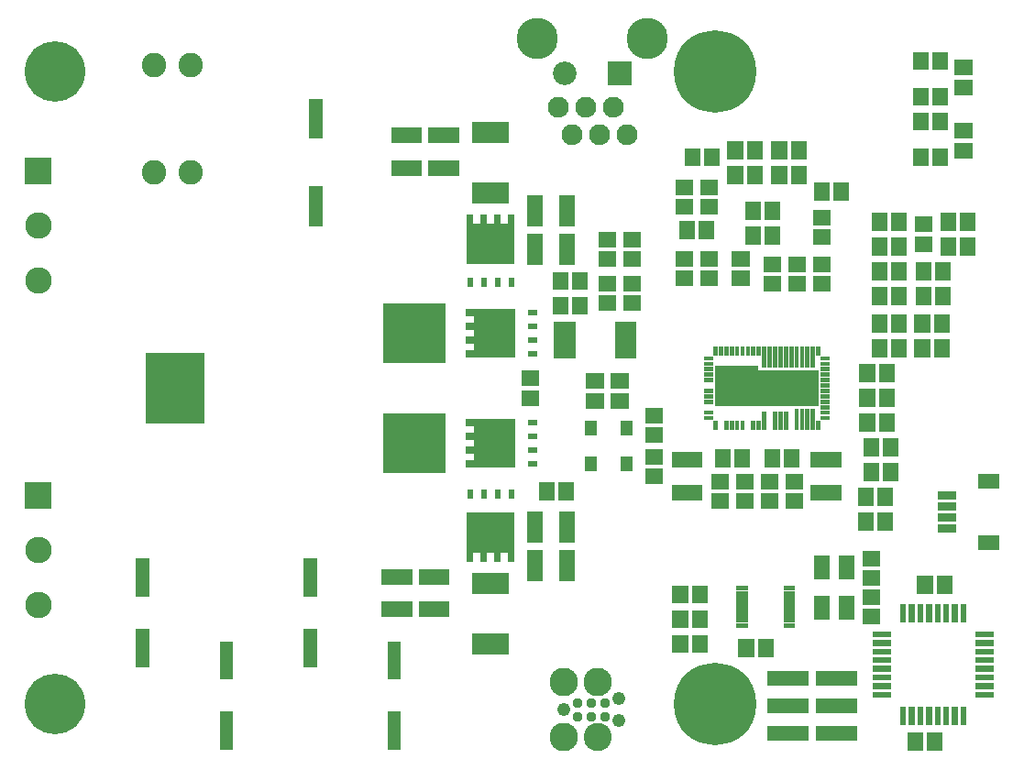
<source format=gbr>
G04 start of page 9 for group -4063 idx -4063 *
G04 Title: (unknown), componentmask *
G04 Creator: pcb 20140316 *
G04 CreationDate: Sun 30 Dec 2018 07:41:08 PM GMT UTC *
G04 For: railfan *
G04 Format: Gerber/RS-274X *
G04 PCB-Dimensions (mil): 4000.00 2950.00 *
G04 PCB-Coordinate-Origin: lower left *
%MOIN*%
%FSLAX25Y25*%
%LNTOPMASK*%
%ADD152R,0.0180X0.0180*%
%ADD151R,0.0560X0.0560*%
%ADD150C,0.0370*%
%ADD149R,0.0532X0.0532*%
%ADD148R,0.0296X0.0296*%
%ADD147R,0.0217X0.0217*%
%ADD146R,0.1477X0.1477*%
%ADD145R,0.1300X0.1300*%
%ADD144R,0.0847X0.0847*%
%ADD143R,0.0158X0.0158*%
%ADD142R,0.0420X0.0420*%
%ADD141R,0.2140X0.2140*%
%ADD140R,0.0490X0.0490*%
%ADD139R,0.2160X0.2160*%
%ADD138R,0.1476X0.1476*%
%ADD137R,0.0769X0.0769*%
%ADD136R,0.0236X0.0236*%
%ADD135R,0.0572X0.0572*%
%ADD134R,0.0020X0.0020*%
%ADD133R,0.0197X0.0197*%
%ADD132C,0.1025*%
%ADD131C,0.1035*%
%ADD130C,0.0490*%
%ADD129C,0.0760*%
%ADD128C,0.0860*%
%ADD127C,0.1500*%
%ADD126C,0.2997*%
%ADD125C,0.2197*%
%ADD124C,0.0960*%
%ADD123C,0.0001*%
%ADD122C,0.0890*%
G54D122*X94400Y265000D03*
X81000D03*
X94400Y226000D03*
X81000D03*
G54D123*G36*
X34200Y231300D02*Y221700D01*
X43800D01*
Y231300D01*
X34200D01*
G37*
G54D124*X39000Y206500D03*
G54D125*X45000Y262500D03*
G54D123*G36*
X34200Y113300D02*Y103700D01*
X43800D01*
Y113300D01*
X34200D01*
G37*
G54D124*X39000Y186500D03*
Y88500D03*
Y68500D03*
G54D125*X45000Y32500D03*
G54D126*X285000D03*
Y262500D03*
G54D123*G36*
X246200Y266300D02*Y257700D01*
X254800D01*
Y266300D01*
X246200D01*
G37*
G54D127*X260500Y274500D03*
G54D128*X230500Y262000D03*
G54D127*X220500Y274500D03*
G54D129*X253000Y239500D03*
G54D130*X250000Y34500D03*
Y26500D03*
G54D129*X248000Y249500D03*
X238000D03*
X228000D03*
X243000Y239500D03*
X233000D03*
G54D131*X230000Y40500D03*
X242500D03*
G54D132*Y20500D03*
G54D131*X230000D03*
G54D130*Y30500D03*
G54D133*X218228Y160000D02*X219606D01*
X218228Y165000D02*X219606D01*
G54D134*X218228Y160000D02*X219606D01*
X218228Y165000D02*X219606D01*
X218248D02*X219626D01*
X218248Y160000D02*X219626D01*
G54D133*X218228Y170000D02*X219606D01*
X218228Y175000D02*X219606D01*
G54D134*X218228Y170000D02*X219606D01*
X218248D02*X219626D01*
X218248Y175000D02*X219626D01*
X218228D02*X219606D01*
G54D135*X219595Y214755D02*Y209245D01*
Y200755D02*Y195245D01*
G54D136*X196000Y209409D02*Y208622D01*
G54D134*Y209429D02*Y208445D01*
G54D136*X201000Y209409D02*Y208622D01*
X206000Y209409D02*Y208622D01*
X211000Y209409D02*Y208622D01*
G54D134*X201000Y209429D02*Y208445D01*
X206000Y209429D02*Y208445D01*
X211000Y209429D02*Y208445D01*
G54D123*G36*
X203394Y206858D02*Y199953D01*
X210299D01*
Y206858D01*
X203394D01*
G37*
G54D137*X200744Y218476D02*X206256D01*
X200744Y240524D02*X206256D01*
G54D138*X202201Y200059D02*X204799D01*
G54D134*X203500Y201909D02*Y201358D01*
G54D123*G36*
X196701Y206858D02*Y199953D01*
X203606D01*
Y206858D01*
X196701D01*
G37*
G36*
Y200165D02*Y193260D01*
X203606D01*
Y200165D01*
X196701D01*
G37*
G36*
X203394D02*Y193260D01*
X210299D01*
Y200165D01*
X203394D01*
G37*
G54D133*X196000Y186772D02*Y185394D01*
X201000Y186772D02*Y185394D01*
G54D134*X196000Y186772D02*Y185394D01*
X201000Y186772D02*Y185394D01*
Y186752D02*Y185374D01*
X196000Y186752D02*Y185374D01*
G54D133*X206000Y186772D02*Y185394D01*
X211000Y186772D02*Y185394D01*
G54D134*X206000Y186772D02*Y185394D01*
Y186752D02*Y185374D01*
X211000Y186752D02*Y185374D01*
Y186772D02*Y185394D01*
G54D135*X231405Y214755D02*Y209245D01*
Y200755D02*Y195245D01*
X228957Y186893D02*Y186107D01*
G54D137*X230476Y167756D02*Y162244D01*
G54D135*X236043Y186893D02*Y186107D01*
Y177893D02*Y177107D01*
X228957Y177893D02*Y177107D01*
X245607Y178457D02*X246393D01*
X245607Y185543D02*X246393D01*
X245607Y194457D02*X246393D01*
X254607D02*X255393D01*
X245607Y201543D02*X246393D01*
X254607D02*X255393D01*
X254607Y178457D02*X255393D01*
X254607Y185543D02*X255393D01*
G54D137*X252524Y167756D02*Y162244D01*
G54D135*X282607Y187457D02*X283393D01*
X282607Y194543D02*X283393D01*
X273607D02*X274393D01*
X273607Y187457D02*X274393D01*
X274957Y205393D02*Y204607D01*
X282043Y205393D02*Y204607D01*
X273607Y213457D02*X274393D01*
X273607Y220543D02*X274393D01*
X298957Y212393D02*Y211607D01*
X306043Y212393D02*Y211607D01*
X315543Y225393D02*Y224607D01*
X308457Y225393D02*Y224607D01*
X306043Y203393D02*Y202607D01*
X298957Y203393D02*Y202607D01*
X314607Y192543D02*X315393D01*
X305607D02*X306393D01*
X305607Y185457D02*X306393D01*
X294107Y187457D02*X294893D01*
X294107Y194543D02*X294893D01*
X315543Y234393D02*Y233607D01*
X308457Y234393D02*Y233607D01*
X299543Y225393D02*Y224607D01*
X292457Y225393D02*Y224607D01*
X299543Y234393D02*Y233607D01*
X292457Y234393D02*Y233607D01*
X282607Y213457D02*X283393D01*
X282607Y220543D02*X283393D01*
X284043Y231893D02*Y231107D01*
X276957Y231893D02*Y231107D01*
G54D139*X175300Y127500D02*X176300D01*
G54D123*G36*
X204835Y127606D02*Y120701D01*
X211740D01*
Y127606D01*
X204835D01*
G37*
G36*
Y134299D02*Y127394D01*
X211740D01*
Y134299D01*
X204835D01*
G37*
G36*
X198142D02*Y127394D01*
X205047D01*
Y134299D01*
X198142D01*
G37*
G54D139*X175300Y167500D02*X176300D01*
G54D140*X140000Y250200D02*Y240800D01*
Y218400D02*Y208900D01*
G54D135*X170245Y239405D02*X175755D01*
X170245Y227595D02*X175755D01*
X183745D02*X189255D01*
X183745Y239405D02*X189255D01*
G54D136*X195591Y160000D02*X196378D01*
G54D134*X195571D02*X196555D01*
G54D136*X195591Y165000D02*X196378D01*
G54D134*X195571D02*X196555D01*
G54D136*X195591Y170000D02*X196378D01*
G54D134*X195571D02*X196555D01*
G54D136*X195591Y175000D02*X196378D01*
G54D134*X195571D02*X196555D01*
G54D138*X204941Y168799D02*Y166201D01*
G54D134*X203091Y167500D02*X203642D01*
G54D123*G36*
X198142Y167606D02*Y160701D01*
X205047D01*
Y167606D01*
X198142D01*
G37*
G36*
X204835D02*Y160701D01*
X211740D01*
Y167606D01*
X204835D01*
G37*
G36*
Y174299D02*Y167394D01*
X211740D01*
Y174299D01*
X204835D01*
G37*
G36*
X198142D02*Y167394D01*
X205047D01*
Y174299D01*
X198142D01*
G37*
G54D141*X88900Y149600D02*Y145400D01*
G54D140*X107500Y53000D02*Y44000D01*
X138000Y83100D02*Y74000D01*
X77000Y57500D02*Y48500D01*
Y83100D02*Y74000D01*
X107500Y27500D02*Y18400D01*
X168500Y53000D02*Y44000D01*
Y27500D02*Y18400D01*
X138000Y57500D02*Y48500D01*
G54D135*X180245Y67095D02*X185755D01*
X180245Y78905D02*X185755D01*
X166745Y67095D02*X172255D01*
X166745Y78905D02*X172255D01*
G54D133*X211000Y109606D02*Y108228D01*
X206000Y109606D02*Y108228D01*
G54D134*X211000Y109606D02*Y108228D01*
X206000Y109606D02*Y108228D01*
Y109626D02*Y108248D01*
X211000Y109626D02*Y108248D01*
G54D133*X201000Y109606D02*Y108228D01*
X196000Y109606D02*Y108228D01*
G54D134*X201000Y109606D02*Y108228D01*
Y109626D02*Y108248D01*
X196000Y109626D02*Y108248D01*
Y109606D02*Y108228D01*
G54D137*X200744Y54476D02*X206256D01*
X200744Y76524D02*X206256D01*
G54D136*X211000Y86378D02*Y85591D01*
X206000Y86378D02*Y85591D01*
G54D134*X211000Y86555D02*Y85571D01*
X206000Y86555D02*Y85571D01*
G54D138*X202201Y94941D02*X204799D01*
G54D123*G36*
X203394Y95047D02*Y88142D01*
X210299D01*
Y95047D01*
X203394D01*
G37*
G36*
Y101740D02*Y94835D01*
X210299D01*
Y101740D01*
X203394D01*
G37*
G36*
X196701D02*Y94835D01*
X203606D01*
Y101740D01*
X196701D01*
G37*
G36*
Y95047D02*Y88142D01*
X203606D01*
Y95047D01*
X196701D01*
G37*
G54D134*X203500Y93642D02*Y93091D01*
X196000Y86555D02*Y85571D01*
G54D136*X201000Y86378D02*Y85591D01*
X196000Y86378D02*Y85591D01*
G54D134*X201000Y86555D02*Y85571D01*
G54D135*X231405Y85755D02*Y80245D01*
Y99755D02*Y94245D01*
X231043Y110393D02*Y109607D01*
X219595Y99755D02*Y94245D01*
G54D136*X195591Y120000D02*X196378D01*
G54D134*X195571D02*X196555D01*
G54D136*X195591Y125000D02*X196378D01*
G54D134*X195571D02*X196555D01*
G54D136*X195591Y130000D02*X196378D01*
X195591Y135000D02*X196378D01*
G54D134*X195571Y130000D02*X196555D01*
X195571Y135000D02*X196555D01*
G54D138*X204941Y128799D02*Y126201D01*
G54D134*X203091Y127500D02*X203642D01*
G54D123*G36*
X198142Y127606D02*Y120701D01*
X205047D01*
Y127606D01*
X198142D01*
G37*
G54D133*X218228Y120000D02*X219606D01*
G54D134*X218228D02*X219606D01*
X218248D02*X219626D01*
G54D135*X219595Y85755D02*Y80245D01*
G54D133*X218228Y125000D02*X219606D01*
G54D134*X218228D02*X219606D01*
X218248D02*X219626D01*
G54D133*X218228Y130000D02*X219606D01*
X218228Y135000D02*X219606D01*
G54D134*X218228Y130000D02*X219606D01*
X218228Y135000D02*X219606D01*
X218248Y130000D02*X219626D01*
X218248Y135000D02*X219626D01*
G54D135*X217607Y143957D02*X218393D01*
X217607Y151043D02*X218393D01*
X223957Y110393D02*Y109607D01*
G54D142*X240000Y133600D02*Y132400D01*
Y120600D02*Y119400D01*
X252900Y133600D02*Y132400D01*
Y120600D02*Y119400D01*
G54D135*X262607Y130457D02*X263393D01*
X262607Y137543D02*X263393D01*
X250107Y150043D02*X250893D01*
X250107Y142957D02*X250893D01*
X241107Y150043D02*X241893D01*
X241107Y142957D02*X241893D01*
X262607Y115500D02*X263393D01*
X262607Y122586D02*X263393D01*
X272245Y121405D02*X277755D01*
X272245Y109595D02*X277755D01*
X313607Y113543D02*X314393D01*
X304607D02*X305393D01*
X313043Y122393D02*Y121607D01*
X305957Y122393D02*Y121607D01*
X313607Y106457D02*X314393D01*
X304607D02*X305393D01*
X295607D02*X296393D01*
X286607D02*X287393D01*
X295607Y113543D02*X296393D01*
X286607D02*X287393D01*
X295043Y122393D02*Y121607D01*
X287957Y122393D02*Y121607D01*
X322745Y121405D02*X328255D01*
X322745Y109595D02*X328255D01*
G54D143*X310890Y161772D02*Y155669D01*
X308921Y161772D02*Y155669D01*
X306953Y161772D02*Y155669D01*
X304984Y161772D02*Y155669D01*
X303016Y161772D02*Y155669D01*
X301047Y161772D02*Y160000D01*
X299079Y161772D02*Y160000D01*
X297110Y161772D02*Y160000D01*
X295142Y161772D02*Y160000D01*
X293173Y161772D02*Y160000D01*
X291205Y161772D02*Y160000D01*
X289236Y161772D02*Y160000D01*
X287268Y161772D02*Y160000D01*
X285299Y161772D02*Y160000D01*
X281854Y158327D02*X283626D01*
X281854Y156358D02*X283626D01*
X281854Y154390D02*X283626D01*
X281854Y152421D02*X283626D01*
X281854Y150453D02*X283626D01*
X281854Y146516D02*X283626D01*
X281854Y144547D02*X283626D01*
X281854Y142579D02*X283626D01*
X281854Y138642D02*X283626D01*
X281854Y136673D02*X283626D01*
X285299Y135000D02*Y133228D01*
X289236Y135000D02*Y133228D01*
X291205Y135000D02*Y133228D01*
X293173Y135000D02*Y133228D01*
X295142Y135000D02*Y133228D01*
X299079Y135000D02*Y133228D01*
X301047Y135000D02*Y133228D01*
X303016Y138150D02*Y133228D01*
X306953Y138150D02*Y133228D01*
X308921Y138150D02*Y133228D01*
X310890Y138150D02*Y133228D01*
X314827Y139331D02*Y133228D01*
G54D144*X293173Y147500D02*X314827D01*
G54D145*X291736D02*X316264D01*
G54D146*X292622Y148386D02*X293528D01*
G54D135*X340457Y144393D02*Y143607D01*
X347543Y144393D02*Y143607D01*
X340457Y135393D02*Y134607D01*
X347543Y135393D02*Y134607D01*
Y153393D02*Y152607D01*
X340457Y153393D02*Y152607D01*
X344957Y162393D02*Y161607D01*
X341957Y117393D02*Y116607D01*
Y126393D02*Y125607D01*
X349043Y117393D02*Y116607D01*
Y126393D02*Y125607D01*
X347043Y108393D02*Y107607D01*
Y99393D02*Y98607D01*
X339957Y108393D02*Y107607D01*
Y99393D02*Y98607D01*
X352043Y162393D02*Y161607D01*
Y181393D02*Y180607D01*
X344957Y181393D02*Y180607D01*
X360457Y162393D02*Y161607D01*
X360957Y190393D02*Y189607D01*
Y181393D02*Y180607D01*
X360457Y171393D02*Y170607D01*
X367543Y171393D02*Y170607D01*
X344957Y171393D02*Y170607D01*
X352043Y171393D02*Y170607D01*
Y190393D02*Y189607D01*
X344957Y190393D02*Y189607D01*
X352043Y208393D02*Y207607D01*
X344957Y208393D02*Y207607D01*
X352043Y199393D02*Y198607D01*
X344957Y199393D02*Y198607D01*
G54D143*X322701Y161772D02*Y160000D01*
X320732Y161772D02*Y155669D01*
X318764Y161772D02*Y155669D01*
X316795Y161772D02*Y155669D01*
X314827Y161772D02*Y155669D01*
X312858Y161772D02*Y155669D01*
G54D135*X314607Y185457D02*X315393D01*
X323607D02*X324393D01*
X323607Y192543D02*X324393D01*
X323607Y202457D02*X324393D01*
X323607Y209543D02*X324393D01*
X331043Y219393D02*Y218607D01*
X323957Y219393D02*Y218607D01*
X367543Y162393D02*Y161607D01*
X368043Y190393D02*Y189607D01*
Y181393D02*Y180607D01*
X369957Y208393D02*Y207607D01*
X377043Y208393D02*Y207607D01*
Y199393D02*Y198607D01*
X369957Y199393D02*Y198607D01*
X375107Y233957D02*X375893D01*
X375107Y241043D02*X375893D01*
X360607Y199957D02*X361393D01*
X360607Y207043D02*X361393D01*
X359957Y266893D02*Y266107D01*
Y231893D02*Y231107D01*
Y244893D02*Y244107D01*
Y253893D02*Y253107D01*
X367043Y266893D02*Y266107D01*
Y231893D02*Y231107D01*
Y244893D02*Y244107D01*
Y253893D02*Y253107D01*
X375107Y264043D02*X375893D01*
X375107Y256957D02*X375893D01*
G54D147*X375523Y67992D02*Y63566D01*
X372374Y67992D02*Y63566D01*
X369224Y67992D02*Y63566D01*
X366075Y67992D02*Y63566D01*
X362925Y67992D02*Y63566D01*
X359775Y67992D02*Y63566D01*
X356626Y67992D02*Y63566D01*
G54D135*X361457Y76350D02*Y75564D01*
X368543Y76350D02*Y75564D01*
G54D148*X367630Y96594D02*X371370D01*
X367630Y100531D02*X371370D01*
X367630Y104469D02*X371370D01*
X367630Y108406D02*X371370D01*
G54D143*X316795Y139331D02*Y133228D01*
X318764Y139331D02*Y133228D01*
X320732Y139331D02*Y133228D01*
X322701Y135000D02*Y133228D01*
X324374Y136673D02*X326146D01*
X324374Y138642D02*X326146D01*
X324374Y140610D02*X326146D01*
X324374Y142579D02*X326146D01*
G54D135*X323929Y83661D02*Y80906D01*
Y69094D02*Y66339D01*
G54D143*X324374Y144547D02*X326146D01*
X324374Y146516D02*X326146D01*
X324374Y148484D02*X326146D01*
X324374Y150453D02*X326146D01*
X324374Y152421D02*X326146D01*
X324374Y154390D02*X326146D01*
X324374Y156358D02*X326146D01*
X324374Y158327D02*X326146D01*
G54D147*X362925Y30434D02*Y26008D01*
X366075Y30434D02*Y26008D01*
X369225Y30434D02*Y26008D01*
X372374Y30434D02*Y26008D01*
X375524Y30434D02*Y26008D01*
X381066Y35977D02*X385492D01*
X381066Y39126D02*X385492D01*
X381066Y42276D02*X385492D01*
X381066Y45425D02*X385492D01*
X381066Y48575D02*X385492D01*
X381066Y51725D02*X385492D01*
X381066Y54874D02*X385492D01*
X381066Y58024D02*X385492D01*
G54D149*X383575Y91476D02*X385937D01*
X383575Y113524D02*X385937D01*
G54D150*X235000Y28000D03*
Y33000D03*
X240000Y28000D03*
Y33000D03*
X245000Y28000D03*
Y33000D03*
G54D135*X341607Y71543D02*X342393D01*
X341607Y64457D02*X342393D01*
X332985Y69094D02*Y66339D01*
X341607Y78457D02*X342393D01*
X341607Y85543D02*X342393D01*
X332985Y83661D02*Y80906D01*
G54D147*X353476Y67992D02*Y63566D01*
X343508Y58023D02*X347934D01*
X343508Y54874D02*X347934D01*
X343508Y51724D02*X347934D01*
X343508Y48575D02*X347934D01*
X343508Y45425D02*X347934D01*
X343508Y42275D02*X347934D01*
X343508Y39126D02*X347934D01*
X343508Y35976D02*X347934D01*
X353477Y30434D02*Y26008D01*
X356626Y30434D02*Y26008D01*
X359776Y30434D02*Y26008D01*
G54D135*X357957Y19350D02*Y18564D01*
X365043Y19350D02*Y18564D01*
G54D151*X307016Y42000D02*X316504D01*
X307016Y32000D02*X316504D01*
X307016Y22000D02*X316504D01*
X324496D02*X333984D01*
X324496Y32000D02*X333984D01*
X324496Y42000D02*X333984D01*
G54D135*X296457Y53393D02*Y52607D01*
X303543Y53393D02*Y52607D01*
G54D152*X293803Y65047D02*X296102D01*
X293803Y63079D02*X296102D01*
X293803Y61110D02*X296102D01*
X294500Y65047D02*X295500D01*
X294500Y63079D02*X295500D01*
X294500Y61110D02*X295500D01*
X293803Y74890D02*X296102D01*
X294500D02*X295500D01*
X293803Y72921D02*X296102D01*
X294500D02*X295500D01*
X293803Y70953D02*X296102D01*
X294500D02*X295500D01*
X293803Y68984D02*X296102D01*
X293803Y67016D02*X296102D01*
X294500Y68984D02*X295500D01*
X294500Y67016D02*X295500D01*
G54D135*X272457Y72893D02*Y72107D01*
Y63893D02*Y63107D01*
Y54893D02*Y54107D01*
X279543Y72893D02*Y72107D01*
Y63893D02*Y63107D01*
Y54893D02*Y54107D01*
G54D152*X310898Y61110D02*X313197D01*
X311500D02*X312500D01*
X310898Y63079D02*X313197D01*
X311500D02*X312500D01*
X310898Y65047D02*X313197D01*
X311500D02*X312500D01*
X310898Y67016D02*X313197D01*
X310898Y68984D02*X313197D01*
X311500Y67016D02*X312500D01*
X311500Y68984D02*X312500D01*
X310898Y70953D02*X313197D01*
X310898Y72921D02*X313197D01*
X310898Y74890D02*X313197D01*
X311500Y70953D02*X312500D01*
X311500Y72921D02*X312500D01*
X311500Y74890D02*X312500D01*
M02*

</source>
